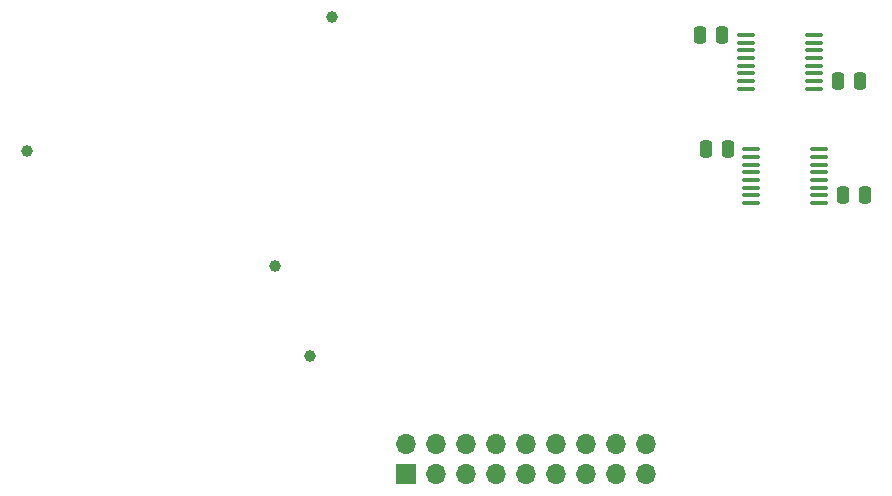
<source format=gbr>
%TF.GenerationSoftware,KiCad,Pcbnew,8.0.3*%
%TF.CreationDate,2024-07-01T12:15:54-06:00*%
%TF.ProjectId,VoiceBoardR3,566f6963-6542-46f6-9172-6452332e6b69,rev?*%
%TF.SameCoordinates,Original*%
%TF.FileFunction,Soldermask,Bot*%
%TF.FilePolarity,Negative*%
%FSLAX46Y46*%
G04 Gerber Fmt 4.6, Leading zero omitted, Abs format (unit mm)*
G04 Created by KiCad (PCBNEW 8.0.3) date 2024-07-01 12:15:54*
%MOMM*%
%LPD*%
G01*
G04 APERTURE LIST*
G04 Aperture macros list*
%AMRoundRect*
0 Rectangle with rounded corners*
0 $1 Rounding radius*
0 $2 $3 $4 $5 $6 $7 $8 $9 X,Y pos of 4 corners*
0 Add a 4 corners polygon primitive as box body*
4,1,4,$2,$3,$4,$5,$6,$7,$8,$9,$2,$3,0*
0 Add four circle primitives for the rounded corners*
1,1,$1+$1,$2,$3*
1,1,$1+$1,$4,$5*
1,1,$1+$1,$6,$7*
1,1,$1+$1,$8,$9*
0 Add four rect primitives between the rounded corners*
20,1,$1+$1,$2,$3,$4,$5,0*
20,1,$1+$1,$4,$5,$6,$7,0*
20,1,$1+$1,$6,$7,$8,$9,0*
20,1,$1+$1,$8,$9,$2,$3,0*%
G04 Aperture macros list end*
%ADD10C,1.000000*%
%ADD11R,1.700000X1.700000*%
%ADD12O,1.700000X1.700000*%
%ADD13RoundRect,0.100000X0.637500X0.100000X-0.637500X0.100000X-0.637500X-0.100000X0.637500X-0.100000X0*%
%ADD14RoundRect,0.250000X-0.250000X-0.475000X0.250000X-0.475000X0.250000X0.475000X-0.250000X0.475000X0*%
%ADD15RoundRect,0.250000X0.250000X0.475000X-0.250000X0.475000X-0.250000X-0.475000X0.250000X-0.475000X0*%
G04 APERTURE END LIST*
D10*
%TO.C,SAW1*%
X37185600Y-9194800D03*
%TD*%
%TO.C,TRI1*%
X11353800Y-20497800D03*
%TD*%
%TO.C,TRI2*%
X35331400Y-37896800D03*
%TD*%
D11*
%TO.C,U103*%
X43437500Y-47887500D03*
D12*
X43437500Y-45347500D03*
X45977500Y-47887500D03*
X45977500Y-45347500D03*
X48517500Y-47887500D03*
X48517500Y-45347500D03*
X51057500Y-47887500D03*
X51057500Y-45347500D03*
X53597500Y-47887500D03*
X53597500Y-45347500D03*
X56137500Y-47887500D03*
X56137500Y-45347500D03*
X58677500Y-47887500D03*
X58677500Y-45347500D03*
X61217500Y-47887500D03*
X61217500Y-45347500D03*
X63757500Y-47887500D03*
X63757500Y-45347500D03*
%TD*%
D10*
%TO.C,SAW2*%
X32359600Y-30276800D03*
%TD*%
D13*
%TO.C,U102*%
X77935200Y-10704400D03*
X77935200Y-11354400D03*
X77935200Y-12004400D03*
X77935200Y-12654400D03*
X77935200Y-13304400D03*
X77935200Y-13954400D03*
X77935200Y-14604400D03*
X77935200Y-15254400D03*
X72210200Y-15254400D03*
X72210200Y-14604400D03*
X72210200Y-13954400D03*
X72210200Y-13304400D03*
X72210200Y-12654400D03*
X72210200Y-12004400D03*
X72210200Y-11354400D03*
X72210200Y-10704400D03*
%TD*%
D14*
%TO.C,C101*%
X79974401Y-14605000D03*
X81874399Y-14605000D03*
%TD*%
D15*
%TO.C,C102*%
X70723800Y-20396200D03*
X68823800Y-20396200D03*
%TD*%
%TO.C,C104*%
X70215800Y-10718800D03*
X68315800Y-10718800D03*
%TD*%
D14*
%TO.C,C103*%
X80406201Y-24257000D03*
X82306199Y-24257000D03*
%TD*%
D13*
%TO.C,U101*%
X78362862Y-20381800D03*
X78362862Y-21031800D03*
X78362862Y-21681800D03*
X78362862Y-22331800D03*
X78362862Y-22981800D03*
X78362862Y-23631800D03*
X78362862Y-24281800D03*
X78362862Y-24931800D03*
X72637862Y-24931800D03*
X72637862Y-24281800D03*
X72637862Y-23631800D03*
X72637862Y-22981800D03*
X72637862Y-22331800D03*
X72637862Y-21681800D03*
X72637862Y-21031800D03*
X72637862Y-20381800D03*
%TD*%
M02*

</source>
